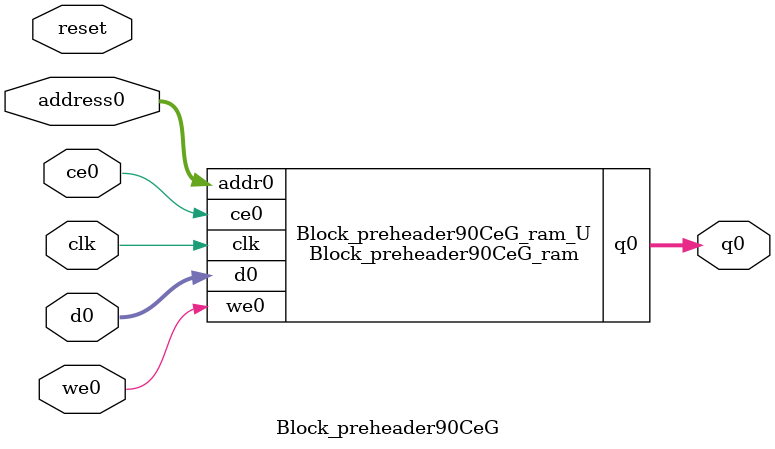
<source format=v>
`timescale 1 ns / 1 ps
module Block_preheader90CeG_ram (addr0, ce0, d0, we0, q0,  clk);

parameter DWIDTH = 4;
parameter AWIDTH = 8;
parameter MEM_SIZE = 162;

input[AWIDTH-1:0] addr0;
input ce0;
input[DWIDTH-1:0] d0;
input we0;
output reg[DWIDTH-1:0] q0;
input clk;

(* ram_style = "distributed" *)reg [DWIDTH-1:0] ram[0:MEM_SIZE-1];




always @(posedge clk)  
begin 
    if (ce0) begin
        if (we0) 
            ram[addr0] <= d0; 
        q0 <= ram[addr0];
    end
end


endmodule

`timescale 1 ns / 1 ps
module Block_preheader90CeG(
    reset,
    clk,
    address0,
    ce0,
    we0,
    d0,
    q0);

parameter DataWidth = 32'd4;
parameter AddressRange = 32'd162;
parameter AddressWidth = 32'd8;
input reset;
input clk;
input[AddressWidth - 1:0] address0;
input ce0;
input we0;
input[DataWidth - 1:0] d0;
output[DataWidth - 1:0] q0;



Block_preheader90CeG_ram Block_preheader90CeG_ram_U(
    .clk( clk ),
    .addr0( address0 ),
    .ce0( ce0 ),
    .we0( we0 ),
    .d0( d0 ),
    .q0( q0 ));

endmodule


</source>
